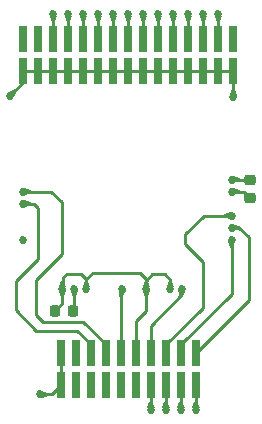
<source format=gbl>
%TF.GenerationSoftware,KiCad,Pcbnew,8.0.3-8.0.3-0~ubuntu24.04.1*%
%TF.CreationDate,2024-07-09T09:27:24+02:00*%
%TF.ProjectId,PythonBreakout,50797468-6f6e-4427-9265-616b6f75742e,rev?*%
%TF.SameCoordinates,Original*%
%TF.FileFunction,Copper,L4,Bot*%
%TF.FilePolarity,Positive*%
%FSLAX46Y46*%
G04 Gerber Fmt 4.6, Leading zero omitted, Abs format (unit mm)*
G04 Created by KiCad (PCBNEW 8.0.3-8.0.3-0~ubuntu24.04.1) date 2024-07-09 09:27:24*
%MOMM*%
%LPD*%
G01*
G04 APERTURE LIST*
G04 Aperture macros list*
%AMRoundRect*
0 Rectangle with rounded corners*
0 $1 Rounding radius*
0 $2 $3 $4 $5 $6 $7 $8 $9 X,Y pos of 4 corners*
0 Add a 4 corners polygon primitive as box body*
4,1,4,$2,$3,$4,$5,$6,$7,$8,$9,$2,$3,0*
0 Add four circle primitives for the rounded corners*
1,1,$1+$1,$2,$3*
1,1,$1+$1,$4,$5*
1,1,$1+$1,$6,$7*
1,1,$1+$1,$8,$9*
0 Add four rect primitives between the rounded corners*
20,1,$1+$1,$2,$3,$4,$5,0*
20,1,$1+$1,$4,$5,$6,$7,0*
20,1,$1+$1,$6,$7,$8,$9,0*
20,1,$1+$1,$8,$9,$2,$3,0*%
G04 Aperture macros list end*
%TA.AperFunction,SMDPad,CuDef*%
%ADD10R,0.740000X2.220000*%
%TD*%
%TA.AperFunction,SMDPad,CuDef*%
%ADD11RoundRect,0.225000X-0.250000X0.225000X-0.250000X-0.225000X0.250000X-0.225000X0.250000X0.225000X0*%
%TD*%
%TA.AperFunction,SMDPad,CuDef*%
%ADD12RoundRect,0.225000X-0.225000X-0.250000X0.225000X-0.250000X0.225000X0.250000X-0.225000X0.250000X0*%
%TD*%
%TA.AperFunction,ViaPad*%
%ADD13C,0.685800*%
%TD*%
%TA.AperFunction,Conductor*%
%ADD14C,0.254000*%
%TD*%
%TA.AperFunction,Conductor*%
%ADD15C,0.290000*%
%TD*%
G04 APERTURE END LIST*
D10*
X84285000Y-86900000D03*
X84285000Y-84170000D03*
X85555000Y-86900000D03*
X85555000Y-84170000D03*
X86825000Y-86900000D03*
X86825000Y-84170000D03*
X88095000Y-86900000D03*
X88095000Y-84170000D03*
X89365000Y-86900000D03*
X89365000Y-84170000D03*
X90635000Y-86900000D03*
X90635000Y-84170000D03*
X91905000Y-86900000D03*
X91905000Y-84170000D03*
X93175000Y-86900000D03*
X93175000Y-84170000D03*
X94445000Y-86900000D03*
X94445000Y-84170000D03*
X95715000Y-86900000D03*
X95715000Y-84170000D03*
X81110000Y-60290000D03*
X81110000Y-57560000D03*
X82380000Y-60290000D03*
X82380000Y-57560000D03*
X83650000Y-60290000D03*
X83650000Y-57560000D03*
X84920000Y-60290000D03*
X84920000Y-57560000D03*
X86190000Y-60290000D03*
X86190000Y-57560000D03*
X87460000Y-60290000D03*
X87460000Y-57560000D03*
X88730000Y-60290000D03*
X88730000Y-57560000D03*
X90000000Y-60290000D03*
X90000000Y-57560000D03*
X91270000Y-60290000D03*
X91270000Y-57560000D03*
X92540000Y-60290000D03*
X92540000Y-57560000D03*
X93810000Y-60290000D03*
X93810000Y-57560000D03*
X95080000Y-60290000D03*
X95080000Y-57560000D03*
X96350000Y-60290000D03*
X96350000Y-57560000D03*
X97620000Y-60290000D03*
X97620000Y-57560000D03*
X98890000Y-60290000D03*
X98890000Y-57560000D03*
D11*
X100305000Y-69500000D03*
X100305000Y-71050000D03*
D12*
X83755000Y-80575000D03*
X85305000Y-80575000D03*
D13*
X81067000Y-74572000D03*
X98752000Y-69492000D03*
X89493000Y-78752000D03*
X98752000Y-70508000D03*
X82550000Y-87675000D03*
X80000000Y-62375000D03*
X98890000Y-62500000D03*
X85429000Y-78752000D03*
X81067000Y-71524000D03*
X86445000Y-78752000D03*
X93557000Y-78752000D03*
X84413000Y-78752000D03*
X91525000Y-78752000D03*
X87460000Y-55475000D03*
X94573000Y-78752000D03*
X98752000Y-74572000D03*
X86190000Y-55475000D03*
X95080000Y-55475000D03*
X88730000Y-55475000D03*
X92540000Y-55475000D03*
X90000000Y-55475000D03*
X93175000Y-88985000D03*
X91905000Y-88985000D03*
X98752000Y-73556000D03*
X91270000Y-55475000D03*
X81067000Y-70508000D03*
X93810000Y-55475000D03*
X98752000Y-72540000D03*
X94445000Y-88985000D03*
X95715000Y-88985000D03*
X96350000Y-55475000D03*
X83650000Y-55475000D03*
X97620000Y-55475000D03*
X84920000Y-55475000D03*
D14*
X100297000Y-69492000D02*
X100305000Y-69500000D01*
X81050000Y-74555000D02*
X81067000Y-74572000D01*
X98752000Y-69492000D02*
X100297000Y-69492000D01*
X89493000Y-78752000D02*
X89365000Y-78880000D01*
X89365000Y-78880000D02*
X89365000Y-84170000D01*
X98752000Y-70508000D02*
X99763000Y-70508000D01*
X96350000Y-60290000D02*
X97620000Y-60290000D01*
X83650000Y-60290000D02*
X84920000Y-60290000D01*
X83510000Y-87675000D02*
X84285000Y-86900000D01*
X84920000Y-60290000D02*
X86190000Y-60290000D01*
X92540000Y-60290000D02*
X91270000Y-60290000D01*
X85429000Y-78752000D02*
X85429000Y-80451000D01*
X90000000Y-60290000D02*
X91270000Y-60290000D01*
X86190000Y-60290000D02*
X87460000Y-60290000D01*
X93810000Y-60290000D02*
X95080000Y-60290000D01*
X95080000Y-60290000D02*
X96350000Y-60290000D01*
X87460000Y-60290000D02*
X88730000Y-60290000D01*
X97620000Y-60290000D02*
X98890000Y-60290000D01*
X98890000Y-60290000D02*
X98890000Y-62500000D01*
X94235000Y-60290000D02*
X94250000Y-60275000D01*
X81110000Y-61265000D02*
X80000000Y-62375000D01*
X82550000Y-87675000D02*
X83510000Y-87675000D01*
X85429000Y-80451000D02*
X85305000Y-80575000D01*
X92540000Y-60290000D02*
X94235000Y-60290000D01*
X82380000Y-60290000D02*
X83650000Y-60290000D01*
X81110000Y-60290000D02*
X82380000Y-60290000D01*
X84285000Y-86900000D02*
X84285000Y-84170000D01*
X99763000Y-70508000D02*
X100305000Y-71050000D01*
X88730000Y-60290000D02*
X90000000Y-60290000D01*
X81110000Y-60290000D02*
X81110000Y-61265000D01*
X81067000Y-71524000D02*
X81999000Y-71524000D01*
X81068000Y-71525000D02*
X81067000Y-71524000D01*
X86825000Y-83430000D02*
X86825000Y-84170000D01*
X80470100Y-80545100D02*
X82200000Y-82275000D01*
X80470100Y-78104900D02*
X80470100Y-80545100D01*
X81999000Y-71524000D02*
X82350000Y-71875000D01*
X85670000Y-82275000D02*
X86825000Y-83430000D01*
X82350000Y-71875000D02*
X82350000Y-76225000D01*
X82350000Y-76225000D02*
X80470100Y-78104900D01*
X82200000Y-82275000D02*
X85670000Y-82275000D01*
X86445000Y-77945000D02*
X86445000Y-78752000D01*
X85945000Y-77445000D02*
X86445000Y-77945000D01*
X86965000Y-77405000D02*
X90965000Y-77405000D01*
X91525000Y-80600000D02*
X90635000Y-81490000D01*
X91525000Y-78005000D02*
X91525000Y-78752000D01*
X84435000Y-77775000D02*
X84765000Y-77445000D01*
X86965000Y-77425000D02*
X86965000Y-77405000D01*
X91545000Y-77985000D02*
X91525000Y-78005000D01*
X90965000Y-77405000D02*
X91545000Y-77985000D01*
X84413000Y-78752000D02*
X84435000Y-78730000D01*
X84413000Y-79917000D02*
X83755000Y-80575000D01*
X93557000Y-78007000D02*
X93557000Y-78752000D01*
X92015000Y-77515000D02*
X93065000Y-77515000D01*
X86445000Y-77945000D02*
X86965000Y-77425000D01*
X84413000Y-78752000D02*
X84413000Y-79917000D01*
X84765000Y-77445000D02*
X85945000Y-77445000D01*
X91545000Y-77985000D02*
X92015000Y-77515000D01*
X91525000Y-78752000D02*
X91525000Y-80600000D01*
X90635000Y-81490000D02*
X90635000Y-84170000D01*
X84435000Y-78730000D02*
X84435000Y-77775000D01*
X93065000Y-77515000D02*
X93557000Y-78007000D01*
D15*
X87460000Y-57560000D02*
X87460000Y-55475000D01*
D14*
X94573000Y-79202000D02*
X91900000Y-81875000D01*
X91905000Y-81880000D02*
X91905000Y-84170000D01*
X91900000Y-81875000D02*
X91905000Y-81880000D01*
X94573000Y-78752000D02*
X94573000Y-79202000D01*
X98752000Y-79138000D02*
X94445000Y-83445000D01*
X94445000Y-83445000D02*
X94445000Y-84170000D01*
X98752000Y-74572000D02*
X98752000Y-79138000D01*
D15*
X86190000Y-57560000D02*
X86190000Y-55475000D01*
X95080000Y-57560000D02*
X95080000Y-55475000D01*
X88730000Y-57560000D02*
X88730000Y-55475000D01*
X92540000Y-57560000D02*
X92540000Y-55475000D01*
X90000000Y-57560000D02*
X90000000Y-55475000D01*
D14*
X93175000Y-86900000D02*
X93175000Y-88985000D01*
X91905000Y-86900000D02*
X91905000Y-88985000D01*
X99366000Y-73556000D02*
X100185000Y-74375000D01*
X98752000Y-73556000D02*
X99366000Y-73556000D01*
X100185000Y-74375000D02*
X100185000Y-79700000D01*
X100185000Y-79700000D02*
X95715000Y-84170000D01*
D15*
X91270000Y-57560000D02*
X91270000Y-55475000D01*
D14*
X82200000Y-77975000D02*
X82200000Y-80925000D01*
X82200000Y-80925000D02*
X82800000Y-81525000D01*
X88095000Y-83430000D02*
X88095000Y-84170000D01*
X84350000Y-71375000D02*
X84350000Y-75825000D01*
X86190000Y-81525000D02*
X88095000Y-83430000D01*
X83483000Y-70508000D02*
X84350000Y-71375000D01*
X84350000Y-75825000D02*
X82200000Y-77975000D01*
X82800000Y-81525000D02*
X86190000Y-81525000D01*
X81067000Y-70508000D02*
X83483000Y-70508000D01*
D15*
X93810000Y-57560000D02*
X93810000Y-55475000D01*
D14*
X94775000Y-74135000D02*
X94775000Y-74975000D01*
X98752000Y-72540000D02*
X96370000Y-72540000D01*
X93175000Y-83445000D02*
X93175000Y-84170000D01*
X96275000Y-80345000D02*
X93175000Y-83445000D01*
X96275000Y-76475000D02*
X96275000Y-80345000D01*
X96370000Y-72540000D02*
X94775000Y-74135000D01*
X94775000Y-74975000D02*
X96275000Y-76475000D01*
X94445000Y-86900000D02*
X94445000Y-88985000D01*
X95715000Y-86900000D02*
X95715000Y-88985000D01*
D15*
X96350000Y-57560000D02*
X96350000Y-55475000D01*
X83650000Y-57560000D02*
X83650000Y-55475000D01*
X97620000Y-57560000D02*
X97620000Y-55475000D01*
X84920000Y-57560000D02*
X84920000Y-55475000D01*
%TA.AperFunction,Conductor*%
G36*
X81744888Y-70378292D02*
G01*
X81751606Y-70384213D01*
X81752800Y-70389362D01*
X81752800Y-70626637D01*
X81749373Y-70634910D01*
X81744888Y-70637707D01*
X81208586Y-70821250D01*
X81199649Y-70820686D01*
X81194001Y-70814687D01*
X81067879Y-70512504D01*
X81067856Y-70503552D01*
X81194002Y-70201311D01*
X81200350Y-70194998D01*
X81208586Y-70194749D01*
X81744888Y-70378292D01*
G37*
%TD.AperFunction*%
%TA.AperFunction,Conductor*%
G36*
X80401043Y-61806176D02*
G01*
X80568823Y-61973956D01*
X80572250Y-61982229D01*
X80571056Y-61987378D01*
X80321618Y-62496384D01*
X80314900Y-62502305D01*
X80306664Y-62502056D01*
X80003809Y-62377563D01*
X79997460Y-62371248D01*
X79997436Y-62371190D01*
X79872943Y-62068335D01*
X79872967Y-62059381D01*
X79878614Y-62053381D01*
X80387623Y-61803942D01*
X80396558Y-61803379D01*
X80401043Y-61806176D01*
G37*
%TD.AperFunction*%
%TA.AperFunction,Conductor*%
G36*
X99429888Y-69362292D02*
G01*
X99436606Y-69368213D01*
X99437800Y-69373362D01*
X99437800Y-69610637D01*
X99434373Y-69618910D01*
X99429888Y-69621707D01*
X98893586Y-69805250D01*
X98884649Y-69804686D01*
X98879001Y-69798687D01*
X98752879Y-69496504D01*
X98752856Y-69487552D01*
X98879002Y-69185311D01*
X98885350Y-69178998D01*
X98893586Y-69178749D01*
X99429888Y-69362292D01*
G37*
%TD.AperFunction*%
%TA.AperFunction,Conductor*%
G36*
X87766980Y-55602124D02*
G01*
X87773295Y-55608473D01*
X87773650Y-55616383D01*
X87607552Y-56152562D01*
X87601831Y-56159451D01*
X87596376Y-56160800D01*
X87323624Y-56160800D01*
X87315351Y-56157373D01*
X87312448Y-56152562D01*
X87146349Y-55616381D01*
X87147174Y-55607466D01*
X87153017Y-55602125D01*
X87455495Y-55475879D01*
X87464446Y-55475856D01*
X87766980Y-55602124D01*
G37*
%TD.AperFunction*%
%TA.AperFunction,Conductor*%
G36*
X99429888Y-70378292D02*
G01*
X99436606Y-70384213D01*
X99437800Y-70389362D01*
X99437800Y-70626637D01*
X99434373Y-70634910D01*
X99429888Y-70637707D01*
X98893586Y-70821250D01*
X98884649Y-70820686D01*
X98879001Y-70814687D01*
X98752879Y-70512504D01*
X98752856Y-70503552D01*
X98879002Y-70201311D01*
X98885350Y-70194998D01*
X98893586Y-70194749D01*
X99429888Y-70378292D01*
G37*
%TD.AperFunction*%
%TA.AperFunction,Conductor*%
G36*
X92846980Y-55602124D02*
G01*
X92853295Y-55608473D01*
X92853650Y-55616383D01*
X92687552Y-56152562D01*
X92681831Y-56159451D01*
X92676376Y-56160800D01*
X92403624Y-56160800D01*
X92395351Y-56157373D01*
X92392448Y-56152562D01*
X92226349Y-55616381D01*
X92227174Y-55607466D01*
X92233017Y-55602125D01*
X92535495Y-55475879D01*
X92544446Y-55475856D01*
X92846980Y-55602124D01*
G37*
%TD.AperFunction*%
%TA.AperFunction,Conductor*%
G36*
X94116980Y-55602124D02*
G01*
X94123295Y-55608473D01*
X94123650Y-55616383D01*
X93957552Y-56152562D01*
X93951831Y-56159451D01*
X93946376Y-56160800D01*
X93673624Y-56160800D01*
X93665351Y-56157373D01*
X93662448Y-56152562D01*
X93496349Y-55616381D01*
X93497174Y-55607466D01*
X93503017Y-55602125D01*
X93805495Y-55475879D01*
X93814446Y-55475856D01*
X94116980Y-55602124D01*
G37*
%TD.AperFunction*%
%TA.AperFunction,Conductor*%
G36*
X95841911Y-88302627D02*
G01*
X95844708Y-88307112D01*
X96028250Y-88843413D01*
X96027686Y-88852350D01*
X96021686Y-88857998D01*
X95719506Y-88984119D01*
X95710552Y-88984143D01*
X95710494Y-88984119D01*
X95408313Y-88857998D01*
X95401998Y-88851649D01*
X95401749Y-88843413D01*
X95585292Y-88307112D01*
X95591213Y-88300394D01*
X95596362Y-88299200D01*
X95833638Y-88299200D01*
X95841911Y-88302627D01*
G37*
%TD.AperFunction*%
%TA.AperFunction,Conductor*%
G36*
X85735686Y-78879001D02*
G01*
X85742001Y-78885350D01*
X85742250Y-78893586D01*
X85558708Y-79429888D01*
X85552787Y-79436606D01*
X85547638Y-79437800D01*
X85310362Y-79437800D01*
X85302089Y-79434373D01*
X85299292Y-79429888D01*
X85115749Y-78893586D01*
X85116313Y-78884649D01*
X85122311Y-78879002D01*
X85424495Y-78752879D01*
X85433446Y-78752856D01*
X85735686Y-78879001D01*
G37*
%TD.AperFunction*%
%TA.AperFunction,Conductor*%
G36*
X86571911Y-78069627D02*
G01*
X86574708Y-78074112D01*
X86758250Y-78610413D01*
X86757686Y-78619350D01*
X86751686Y-78624998D01*
X86449506Y-78751119D01*
X86440552Y-78751143D01*
X86440494Y-78751119D01*
X86138313Y-78624998D01*
X86131998Y-78618649D01*
X86131749Y-78610413D01*
X86315292Y-78074112D01*
X86321213Y-78067394D01*
X86326362Y-78066200D01*
X86563638Y-78066200D01*
X86571911Y-78069627D01*
G37*
%TD.AperFunction*%
%TA.AperFunction,Conductor*%
G36*
X81744888Y-71394292D02*
G01*
X81751606Y-71400213D01*
X81752800Y-71405362D01*
X81752800Y-71642637D01*
X81749373Y-71650910D01*
X81744888Y-71653707D01*
X81208586Y-71837250D01*
X81199649Y-71836686D01*
X81194001Y-71830687D01*
X81067879Y-71528504D01*
X81067856Y-71519552D01*
X81194002Y-71217311D01*
X81200350Y-71210998D01*
X81208586Y-71210749D01*
X81744888Y-71394292D01*
G37*
%TD.AperFunction*%
%TA.AperFunction,Conductor*%
G36*
X96656980Y-55602124D02*
G01*
X96663295Y-55608473D01*
X96663650Y-55616383D01*
X96497552Y-56152562D01*
X96491831Y-56159451D01*
X96486376Y-56160800D01*
X96213624Y-56160800D01*
X96205351Y-56157373D01*
X96202448Y-56152562D01*
X96036349Y-55616381D01*
X96037174Y-55607466D01*
X96043017Y-55602125D01*
X96345495Y-55475879D01*
X96354446Y-55475856D01*
X96656980Y-55602124D01*
G37*
%TD.AperFunction*%
%TA.AperFunction,Conductor*%
G36*
X93683911Y-78069627D02*
G01*
X93686708Y-78074112D01*
X93870250Y-78610413D01*
X93869686Y-78619350D01*
X93863686Y-78624998D01*
X93561506Y-78751119D01*
X93552552Y-78751143D01*
X93552494Y-78751119D01*
X93250313Y-78624998D01*
X93243998Y-78618649D01*
X93243749Y-78610413D01*
X93427292Y-78074112D01*
X93433213Y-78067394D01*
X93438362Y-78066200D01*
X93675638Y-78066200D01*
X93683911Y-78069627D01*
G37*
%TD.AperFunction*%
%TA.AperFunction,Conductor*%
G36*
X89495176Y-78751908D02*
G01*
X89784329Y-78872592D01*
X89797303Y-78878007D01*
X89803618Y-78884356D01*
X89803594Y-78893310D01*
X89802827Y-78894828D01*
X89495409Y-79406663D01*
X89488211Y-79411991D01*
X89485379Y-79412339D01*
X89248246Y-79412339D01*
X89239973Y-79408912D01*
X89236648Y-79402183D01*
X89166873Y-78878007D01*
X89151857Y-78765203D01*
X89154163Y-78756552D01*
X89161911Y-78752063D01*
X89163418Y-78751961D01*
X89490644Y-78751006D01*
X89495176Y-78751908D01*
G37*
%TD.AperFunction*%
%TA.AperFunction,Conductor*%
G36*
X84719686Y-78879001D02*
G01*
X84726001Y-78885350D01*
X84726250Y-78893586D01*
X84542708Y-79429888D01*
X84536787Y-79436606D01*
X84531638Y-79437800D01*
X84294362Y-79437800D01*
X84286089Y-79434373D01*
X84283292Y-79429888D01*
X84099749Y-78893586D01*
X84100313Y-78884649D01*
X84106311Y-78879002D01*
X84408495Y-78752879D01*
X84417446Y-78752856D01*
X84719686Y-78879001D01*
G37*
%TD.AperFunction*%
%TA.AperFunction,Conductor*%
G36*
X85226980Y-55602124D02*
G01*
X85233295Y-55608473D01*
X85233650Y-55616383D01*
X85067552Y-56152562D01*
X85061831Y-56159451D01*
X85056376Y-56160800D01*
X84783624Y-56160800D01*
X84775351Y-56157373D01*
X84772448Y-56152562D01*
X84606349Y-55616381D01*
X84607174Y-55607466D01*
X84613017Y-55602125D01*
X84915495Y-55475879D01*
X84924446Y-55475856D01*
X85226980Y-55602124D01*
G37*
%TD.AperFunction*%
%TA.AperFunction,Conductor*%
G36*
X83956980Y-55602124D02*
G01*
X83963295Y-55608473D01*
X83963650Y-55616383D01*
X83797552Y-56152562D01*
X83791831Y-56159451D01*
X83786376Y-56160800D01*
X83513624Y-56160800D01*
X83505351Y-56157373D01*
X83502448Y-56152562D01*
X83336349Y-55616381D01*
X83337174Y-55607466D01*
X83343017Y-55602125D01*
X83645495Y-55475879D01*
X83654446Y-55475856D01*
X83956980Y-55602124D01*
G37*
%TD.AperFunction*%
%TA.AperFunction,Conductor*%
G36*
X94571911Y-88302627D02*
G01*
X94574708Y-88307112D01*
X94758250Y-88843413D01*
X94757686Y-88852350D01*
X94751686Y-88857998D01*
X94449506Y-88984119D01*
X94440552Y-88984143D01*
X94440494Y-88984119D01*
X94138313Y-88857998D01*
X94131998Y-88851649D01*
X94131749Y-88843413D01*
X94315292Y-88307112D01*
X94321213Y-88300394D01*
X94326362Y-88299200D01*
X94563638Y-88299200D01*
X94571911Y-88302627D01*
G37*
%TD.AperFunction*%
%TA.AperFunction,Conductor*%
G36*
X95386980Y-55602124D02*
G01*
X95393295Y-55608473D01*
X95393650Y-55616383D01*
X95227552Y-56152562D01*
X95221831Y-56159451D01*
X95216376Y-56160800D01*
X94943624Y-56160800D01*
X94935351Y-56157373D01*
X94932448Y-56152562D01*
X94766349Y-55616381D01*
X94767174Y-55607466D01*
X94773017Y-55602125D01*
X95075495Y-55475879D01*
X95084446Y-55475856D01*
X95386980Y-55602124D01*
G37*
%TD.AperFunction*%
%TA.AperFunction,Conductor*%
G36*
X89036980Y-55602124D02*
G01*
X89043295Y-55608473D01*
X89043650Y-55616383D01*
X88877552Y-56152562D01*
X88871831Y-56159451D01*
X88866376Y-56160800D01*
X88593624Y-56160800D01*
X88585351Y-56157373D01*
X88582448Y-56152562D01*
X88416349Y-55616381D01*
X88417174Y-55607466D01*
X88423017Y-55602125D01*
X88725495Y-55475879D01*
X88734446Y-55475856D01*
X89036980Y-55602124D01*
G37*
%TD.AperFunction*%
%TA.AperFunction,Conductor*%
G36*
X92031911Y-88302627D02*
G01*
X92034708Y-88307112D01*
X92218250Y-88843413D01*
X92217686Y-88852350D01*
X92211686Y-88857998D01*
X91909506Y-88984119D01*
X91900552Y-88984143D01*
X91900494Y-88984119D01*
X91598313Y-88857998D01*
X91591998Y-88851649D01*
X91591749Y-88843413D01*
X91775292Y-88307112D01*
X91781213Y-88300394D01*
X91786362Y-88299200D01*
X92023638Y-88299200D01*
X92031911Y-88302627D01*
G37*
%TD.AperFunction*%
%TA.AperFunction,Conductor*%
G36*
X91576980Y-55602124D02*
G01*
X91583295Y-55608473D01*
X91583650Y-55616383D01*
X91417552Y-56152562D01*
X91411831Y-56159451D01*
X91406376Y-56160800D01*
X91133624Y-56160800D01*
X91125351Y-56157373D01*
X91122448Y-56152562D01*
X90956349Y-55616381D01*
X90957174Y-55607466D01*
X90963017Y-55602125D01*
X91265495Y-55475879D01*
X91274446Y-55475856D01*
X91576980Y-55602124D01*
G37*
%TD.AperFunction*%
%TA.AperFunction,Conductor*%
G36*
X91651911Y-78069627D02*
G01*
X91654708Y-78074112D01*
X91838250Y-78610413D01*
X91837686Y-78619350D01*
X91831686Y-78624998D01*
X91529506Y-78751119D01*
X91520552Y-78751143D01*
X91520494Y-78751119D01*
X91218313Y-78624998D01*
X91211998Y-78618649D01*
X91211749Y-78610413D01*
X91395292Y-78074112D01*
X91401213Y-78067394D01*
X91406362Y-78066200D01*
X91643638Y-78066200D01*
X91651911Y-78069627D01*
G37*
%TD.AperFunction*%
%TA.AperFunction,Conductor*%
G36*
X90306980Y-55602124D02*
G01*
X90313295Y-55608473D01*
X90313650Y-55616383D01*
X90147552Y-56152562D01*
X90141831Y-56159451D01*
X90136376Y-56160800D01*
X89863624Y-56160800D01*
X89855351Y-56157373D01*
X89852448Y-56152562D01*
X89686349Y-55616381D01*
X89687174Y-55607466D01*
X89693017Y-55602125D01*
X89995495Y-55475879D01*
X90004446Y-55475856D01*
X90306980Y-55602124D01*
G37*
%TD.AperFunction*%
%TA.AperFunction,Conductor*%
G36*
X97926980Y-55602124D02*
G01*
X97933295Y-55608473D01*
X97933650Y-55616383D01*
X97767552Y-56152562D01*
X97761831Y-56159451D01*
X97756376Y-56160800D01*
X97483624Y-56160800D01*
X97475351Y-56157373D01*
X97472448Y-56152562D01*
X97306349Y-55616381D01*
X97307174Y-55607466D01*
X97313017Y-55602125D01*
X97615495Y-55475879D01*
X97624446Y-55475856D01*
X97926980Y-55602124D01*
G37*
%TD.AperFunction*%
%TA.AperFunction,Conductor*%
G36*
X99058686Y-74699001D02*
G01*
X99065001Y-74705350D01*
X99065250Y-74713586D01*
X98881708Y-75249888D01*
X98875787Y-75256606D01*
X98870638Y-75257800D01*
X98633362Y-75257800D01*
X98625089Y-75254373D01*
X98622292Y-75249888D01*
X98438749Y-74713586D01*
X98439313Y-74704649D01*
X98445311Y-74699002D01*
X98747495Y-74572879D01*
X98756446Y-74572856D01*
X99058686Y-74699001D01*
G37*
%TD.AperFunction*%
%TA.AperFunction,Conductor*%
G36*
X93301911Y-88302627D02*
G01*
X93304708Y-88307112D01*
X93488250Y-88843413D01*
X93487686Y-88852350D01*
X93481686Y-88857998D01*
X93179506Y-88984119D01*
X93170552Y-88984143D01*
X93170494Y-88984119D01*
X92868313Y-88857998D01*
X92861998Y-88851649D01*
X92861749Y-88843413D01*
X93045292Y-88307112D01*
X93051213Y-88300394D01*
X93056362Y-88299200D01*
X93293638Y-88299200D01*
X93301911Y-88302627D01*
G37*
%TD.AperFunction*%
%TA.AperFunction,Conductor*%
G36*
X94577106Y-78754713D02*
G01*
X94577147Y-78754754D01*
X94687558Y-78865810D01*
X94808622Y-78987582D01*
X94812025Y-78995864D01*
X94809963Y-79002463D01*
X94504037Y-79446957D01*
X94496524Y-79451829D01*
X94487766Y-79449962D01*
X94486126Y-79448597D01*
X94319125Y-79281596D01*
X94315852Y-79275216D01*
X94232323Y-78765563D01*
X94234367Y-78756845D01*
X94241977Y-78752125D01*
X94243836Y-78751971D01*
X94568826Y-78751303D01*
X94577106Y-78754713D01*
G37*
%TD.AperFunction*%
%TA.AperFunction,Conductor*%
G36*
X86496980Y-55602124D02*
G01*
X86503295Y-55608473D01*
X86503650Y-55616383D01*
X86337552Y-56152562D01*
X86331831Y-56159451D01*
X86326376Y-56160800D01*
X86053624Y-56160800D01*
X86045351Y-56157373D01*
X86042448Y-56152562D01*
X85876349Y-55616381D01*
X85877174Y-55607466D01*
X85883017Y-55602125D01*
X86185495Y-55475879D01*
X86194446Y-55475856D01*
X86496980Y-55602124D01*
G37*
%TD.AperFunction*%
%TA.AperFunction,Conductor*%
G36*
X99016911Y-61817627D02*
G01*
X99019708Y-61822112D01*
X99203250Y-62358413D01*
X99202686Y-62367350D01*
X99196686Y-62372998D01*
X98894506Y-62499119D01*
X98885552Y-62499143D01*
X98885494Y-62499119D01*
X98583313Y-62372998D01*
X98576998Y-62366649D01*
X98576749Y-62358413D01*
X98760292Y-61822112D01*
X98766213Y-61815394D01*
X98771362Y-61814200D01*
X99008638Y-61814200D01*
X99016911Y-61817627D01*
G37*
%TD.AperFunction*%
%TA.AperFunction,Conductor*%
G36*
X84561609Y-78074003D02*
G01*
X84564527Y-78078863D01*
X84726708Y-78610647D01*
X84725844Y-78619560D01*
X84720023Y-78624857D01*
X84417506Y-78751119D01*
X84408552Y-78751143D01*
X84408494Y-78751119D01*
X84106702Y-78625160D01*
X84100387Y-78618811D01*
X84100289Y-78610160D01*
X84305114Y-78078073D01*
X84311284Y-78071583D01*
X84316033Y-78070576D01*
X84553336Y-78070576D01*
X84561609Y-78074003D01*
G37*
%TD.AperFunction*%
%TA.AperFunction,Conductor*%
G36*
X91831686Y-78879001D02*
G01*
X91838001Y-78885350D01*
X91838250Y-78893586D01*
X91654708Y-79429888D01*
X91648787Y-79436606D01*
X91643638Y-79437800D01*
X91406362Y-79437800D01*
X91398089Y-79434373D01*
X91395292Y-79429888D01*
X91211749Y-78893586D01*
X91212313Y-78884649D01*
X91218311Y-78879002D01*
X91520495Y-78752879D01*
X91529446Y-78752856D01*
X91831686Y-78879001D01*
G37*
%TD.AperFunction*%
%TA.AperFunction,Conductor*%
G36*
X98893911Y-73243968D02*
G01*
X98894119Y-73244057D01*
X99491027Y-73510041D01*
X99497189Y-73516539D01*
X99496952Y-73525490D01*
X99494538Y-73529001D01*
X99328677Y-73694862D01*
X99324722Y-73697463D01*
X98893924Y-73868547D01*
X98884971Y-73868416D01*
X98878802Y-73862162D01*
X98753161Y-73559790D01*
X98753152Y-73550838D01*
X98878607Y-73250257D01*
X98884956Y-73243944D01*
X98893911Y-73243968D01*
G37*
%TD.AperFunction*%
%TA.AperFunction,Conductor*%
G36*
X83227888Y-87545292D02*
G01*
X83234606Y-87551213D01*
X83235800Y-87556362D01*
X83235800Y-87793637D01*
X83232373Y-87801910D01*
X83227888Y-87804707D01*
X82691586Y-87988250D01*
X82682649Y-87987686D01*
X82677001Y-87981687D01*
X82550879Y-87679504D01*
X82550856Y-87670552D01*
X82677002Y-87368311D01*
X82683350Y-87361998D01*
X82691586Y-87361749D01*
X83227888Y-87545292D01*
G37*
%TD.AperFunction*%
%TA.AperFunction,Conductor*%
G36*
X98619350Y-72227313D02*
G01*
X98624998Y-72233313D01*
X98751119Y-72535494D01*
X98751143Y-72544448D01*
X98751119Y-72544506D01*
X98624998Y-72846686D01*
X98618649Y-72853001D01*
X98610413Y-72853250D01*
X98074112Y-72669707D01*
X98067394Y-72663786D01*
X98066200Y-72658637D01*
X98066200Y-72421362D01*
X98069627Y-72413089D01*
X98074111Y-72410292D01*
X98610413Y-72226749D01*
X98619350Y-72227313D01*
G37*
%TD.AperFunction*%
M02*

</source>
